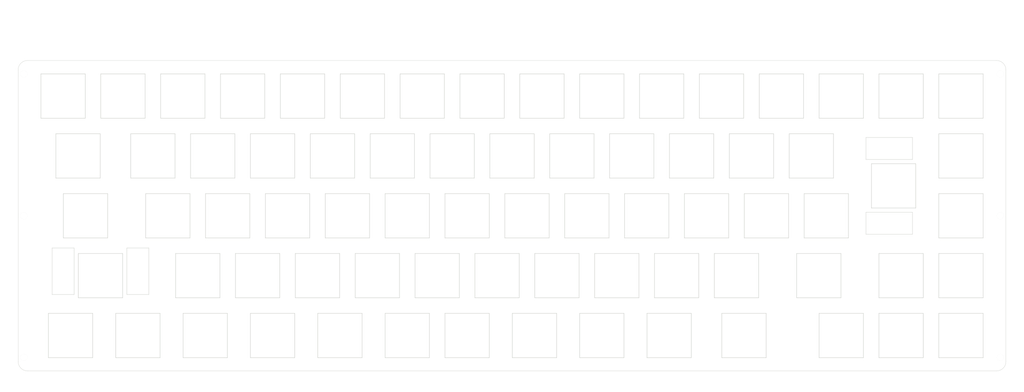
<source format=kicad_pcb>
(kicad_pcb (version 20221018) (generator pcbnew)
  (layers (0 "F.Cu" signal) (31 "B.Cu" signal) (34 "B.Paste" user) (35 "F.Paste" user) (36 "B.SilkS" user "B.Silkscreen") (37 "F.SilkS" user "F.Silkscreen") (38 "B.Mask" user) (39 "F.Mask" user) (44 "Edge.Cuts" user))
  (net 0 "")
  (footprint "kbd_SW_Hole:SW_Hole_1u" (layer "F.Cu") (at 57.15 47.625)
    (fp_text reference "SW7" hide)
    (fp_text value "SW_PUSH" hide)
    (fp_line (start -7.05 -7.05) (end 7.05 -7.05) (stroke (width 0.15)) (layer "Edge.Cuts"))
    (fp_line (start -7.05 7.05) (end -7.05 -7.05) (stroke (width 0.15)) (layer "Edge.Cuts"))
    (fp_line (start 7.05 -7.05) (end 7.05 7.05) (stroke (width 0.15)) (layer "Edge.Cuts"))
    (fp_line (start 7.05 7.05) (end -7.05 7.05) (stroke (width 0.15)) (layer "Edge.Cuts"))
  )
  (footprint "kbd_SW_Hole:SW_Hole_1u" (layer "F.Cu") (at 52.3875 104.775)
    (fp_text reference "SW10" hide)
    (fp_text value "SW_PUSH" hide)
    (fp_line (start -7.05 -7.05) (end 7.05 -7.05) (stroke (width 0.15)) (layer "Edge.Cuts"))
    (fp_line (start -7.05 7.05) (end -7.05 -7.05) (stroke (width 0.15)) (layer "Edge.Cuts"))
    (fp_line (start 7.05 -7.05) (end 7.05 7.05) (stroke (width 0.15)) (layer "Edge.Cuts"))
    (fp_line (start 7.05 7.05) (end -7.05 7.05) (stroke (width 0.15)) (layer "Edge.Cuts"))
  )
  (footprint "kbd_SW_Hole:SW_Hole_1.25u" (layer "F.Cu") (at 73.81875 104.775)
    (fp_text reference "SW15" hide)
    (fp_text value "SW_PUSH" hide)
    (fp_line (start -7.05 -7.05) (end 7.05 -7.05) (stroke (width 0.15)) (layer "Edge.Cuts"))
    (fp_line (start -7.05 7.05) (end -7.05 -7.05) (stroke (width 0.15)) (layer "Edge.Cuts"))
    (fp_line (start 7.05 -7.05) (end 7.05 7.05) (stroke (width 0.15)) (layer "Edge.Cuts"))
    (fp_line (start 7.05 7.05) (end -7.05 7.05) (stroke (width 0.15)) (layer "Edge.Cuts"))
  )
  (footprint "kbd_SW_Hole:SW_Hole_1.25u" (layer "F.Cu") (at 116.68125 104.775)
    (fp_text reference "SW25" hide)
    (fp_text value "SW_PUSH" hide)
    (fp_line (start -7.05 -7.05) (end 7.05 -7.05) (stroke (width 0.15)) (layer "Edge.Cuts"))
    (fp_line (start -7.05 7.05) (end -7.05 -7.05) (stroke (width 0.15)) (layer "Edge.Cuts"))
    (fp_line (start 7.05 -7.05) (end 7.05 7.05) (stroke (width 0.15)) (layer "Edge.Cuts"))
    (fp_line (start 7.05 7.05) (end -7.05 7.05) (stroke (width 0.15)) (layer "Edge.Cuts"))
  )
  (footprint "kbd_SW_Hole:SW_Hole_1u" (layer "F.Cu") (at 47.625 28.575)
    (fp_text reference "SW6" hide)
    (fp_text value "SW_PUSH" hide)
    (fp_line (start -7.05 -7.05) (end 7.05 -7.05) (stroke (width 0.15)) (layer "Edge.Cuts"))
    (fp_line (start -7.05 7.05) (end -7.05 -7.05) (stroke (width 0.15)) (layer "Edge.Cuts"))
    (fp_line (start 7.05 -7.05) (end 7.05 7.05) (stroke (width 0.15)) (layer "Edge.Cuts"))
    (fp_line (start 7.05 7.05) (end -7.05 7.05) (stroke (width 0.15)) (layer "Edge.Cuts"))
  )
  (footprint "kbd_SW_Hole:SW_Hole_1.75u" (layer "F.Cu") (at 35.71875 66.675)
    (fp_text reference "SW3" hide)
    (fp_text value "SW_PUSH" hide)
    (fp_line (start -7.05 -7.05) (end 7.05 -7.05) (stroke (width 0.15)) (layer "Edge.Cuts"))
    (fp_line (start -7.05 7.05) (end -7.05 -7.05) (stroke (width 0.15)) (layer "Edge.Cuts"))
    (fp_line (start 7.05 -7.05) (end 7.05 7.05) (stroke (width 0.15)) (layer "Edge.Cuts"))
    (fp_line (start 7.05 7.05) (end -7.05 7.05) (stroke (width 0.15)) (layer "Edge.Cuts"))
  )
  (footprint "kbd_SW_Hole:SW_Hole_1.25u" (layer "F.Cu") (at 30.95625 104.775)
    (fp_text reference "SW5" hide)
    (fp_text value "SW_PUSH" hide)
    (fp_line (start -7.05 -7.05) (end 7.05 -7.05) (stroke (width 0.15)) (layer "Edge.Cuts"))
    (fp_line (start -7.05 7.05) (end -7.05 -7.05) (stroke (width 0.15)) (layer "Edge.Cuts"))
    (fp_line (start 7.05 -7.05) (end 7.05 7.05) (stroke (width 0.15)) (layer "Edge.Cuts"))
    (fp_line (start 7.05 7.05) (end -7.05 7.05) (stroke (width 0.15)) (layer "Edge.Cuts"))
  )
  (footprint "kbd_SW_Hole:SW_Hole_1u" (layer "F.Cu") (at 28.575 28.575)
    (fp_text reference "SW1" hide)
    (fp_text value "SW_PUSH" hide)
    (fp_line (start -7.05 -7.05) (end 7.05 -7.05) (stroke (width 0.15)) (layer "Edge.Cuts"))
    (fp_line (start -7.05 7.05) (end -7.05 -7.05) (stroke (width 0.15)) (layer "Edge.Cuts"))
    (fp_line (start 7.05 -7.05) (end 7.05 7.05) (stroke (width 0.15)) (layer "Edge.Cuts"))
    (fp_line (start 7.05 7.05) (end -7.05 7.05) (stroke (width 0.15)) (layer "Edge.Cuts"))
  )
  (footprint "kbd_SW_Hole:SW_Hole_1.5u" (layer "F.Cu") (at 33.3375 47.625)
    (fp_text reference "SW2" hide)
    (fp_text value "KEY_SWITCH" hide)
    (fp_line (start -7.05 -7.05) (end 7.05 -7.05) (stroke (width 0.15)) (layer "Edge.Cuts"))
    (fp_line (start -7.05 7.05) (end -7.05 -7.05) (stroke (width 0.15)) (layer "Edge.Cuts"))
    (fp_line (start 7.05 -7.05) (end 7.05 7.05) (stroke (width 0.15)) (layer "Edge.Cuts"))
    (fp_line (start 7.05 7.05) (end -7.05 7.05) (stroke (width 0.15)) (layer "Edge.Cuts"))
  )
  (footprint "kbd_SW_Hole:SW_Hole_2.25u" (layer "F.Cu") (at 40.48125 85.725 180)
    (fp_text reference "SW4" hide)
    (fp_text value "KEY_SWITCH" hide)
    (fp_line (start -15.4 -6) (end -8.4 -6) (stroke (width 0.12)) (layer "Edge.Cuts"))
    (fp_line (start -15.4 8.8) (end -15.4 -6) (stroke (width 0.12)) (layer "Edge.Cuts"))
    (fp_line (start -8.4 -6) (end -8.4 8.8) (stroke (width 0.12)) (layer "Edge.Cuts"))
    (fp_line (start -8.4 8.8) (end -15.4 8.8) (stroke (width 0.12)) (layer "Edge.Cuts"))
    (fp_line (start -7.05 -7.05) (end 7.05 -7.05) (stroke (width 0.15)) (layer "Edge.Cuts"))
    (fp_line (start -7.05 7.05) (end -7.05 -7.05) (stroke (width 0.15)) (layer "Edge.Cuts"))
    (fp_line (start 7.05 -7.05) (end 7.05 7.05) (stroke (width 0.15)) (layer "Edge.Cuts"))
    (fp_line (start 7.05 7.05) (end -7.05 7.05) (stroke (width 0.15)) (layer "Edge.Cuts"))
    (fp_line (start 8.4 -6) (end 8.4 8.8) (stroke (width 0.12)) (layer "Edge.Cuts"))
    (fp_line (start 8.4 8.8) (end 15.4 8.8) (stroke (width 0.12)) (layer "Edge.Cuts"))
    (fp_line (start 15.4 -6) (end 8.4 -6) (stroke (width 0.12)) (layer "Edge.Cuts"))
    (fp_line (start 15.4 8.8) (end 15.4 -6) (stroke (width 0.12)) (layer "Edge.Cuts"))
  )
  (footprint "kbd_SW_Hole:SW_Hole_1u" (layer "F.Cu") (at 71.4375 85.725)
    (fp_text reference "SW9" hide)
    (fp_text value "SW_PUSH" hide)
    (fp_line (start -7.05 -7.05) (end 7.05 -7.05) (stroke (width 0.15)) (layer "Edge.Cuts"))
    (fp_line (start -7.05 7.05) (end -7.05 -7.05) (stroke (width 0.15)) (layer "Edge.Cuts"))
    (fp_line (start 7.05 -7.05) (end 7.05 7.05) (stroke (width 0.15)) (layer "Edge.Cuts"))
    (fp_line (start 7.05 7.05) (end -7.05 7.05) (stroke (width 0.15)) (layer "Edge.Cuts"))
  )
  (footprint "kbd_SW_Hole:SW_Hole_1u" (layer "F.Cu") (at 61.9125 66.675)
    (fp_text reference "SW8" hide)
    (fp_text value "SW_PUSH" hide)
    (fp_line (start -7.05 -7.05) (end 7.05 -7.05) (stroke (width 0.15)) (layer "Edge.Cuts"))
    (fp_line (start -7.05 7.05) (end -7.05 -7.05) (stroke (width 0.15)) (layer "Edge.Cuts"))
    (fp_line (start 7.05 -7.05) (end 7.05 7.05) (stroke (width 0.15)) (layer "Edge.Cuts"))
    (fp_line (start 7.05 7.05) (end -7.05 7.05) (stroke (width 0.15)) (layer "Edge.Cuts"))
  )
  (footprint "kbd_SW_Hole:SW_Hole_1u" (layer "F.Cu") (at 76.2 47.625)
    (fp_text reference "SW12" hide)
    (fp_text value "SW_PUSH" hide)
    (fp_line (start -7.05 -7.05) (end 7.05 -7.05) (stroke (width 0.15)) (layer "Edge.Cuts"))
    (fp_line (start -7.05 7.05) (end -7.05 -7.05) (stroke (width 0.15)) (layer "Edge.Cuts"))
    (fp_line (start 7.05 -7.05) (end 7.05 7.05) (stroke (width 0.15)) (layer "Edge.Cuts"))
    (fp_line (start 7.05 7.05) (end -7.05 7.05) (stroke (width 0.15)) (layer "Edge.Cuts"))
  )
  (footprint "kbd_SW_Hole:SW_Hole_1u" (layer "F.Cu") (at 66.675 28.575)
    (fp_text reference "SW11" hide)
    (fp_text value "SW_PUSH" hide)
    (fp_line (start -7.05 -7.05) (end 7.05 -7.05) (stroke (width 0.15)) (layer "Edge.Cuts"))
    (fp_line (start -7.05 7.05) (end -7.05 -7.05) (stroke (width 0.15)) (layer "Edge.Cuts"))
    (fp_line (start 7.05 -7.05) (end 7.05 7.05) (stroke (width 0.15)) (layer "Edge.Cuts"))
    (fp_line (start 7.05 7.05) (end -7.05 7.05) (stroke (width 0.15)) (layer "Edge.Cuts"))
  )
  (footprint "kbd_SW_Hole:SW_Hole_1u" (layer "F.Cu") (at 80.9625 66.675)
    (fp_text reference "SW13" hide)
    (fp_text value "SW_PUSH" hide)
    (fp_line (start -7.05 -7.05) (end 7.05 -7.05) (stroke (width 0.15)) (layer "Edge.Cuts"))
    (fp_line (start -7.05 7.05) (end -7.05 -7.05) (stroke (width 0.15)) (layer "Edge.Cuts"))
    (fp_line (start 7.05 -7.05) (end 7.05 7.05) (stroke (width 0.15)) (layer "Edge.Cuts"))
    (fp_line (start 7.05 7.05) (end -7.05 7.05) (stroke (width 0.15)) (layer "Edge.Cuts"))
  )
  (footprint "kbd_SW_Hole:SW_Hole_1u" (layer "F.Cu") (at 90.4875 85.725)
    (fp_text reference "SW14" hide)
    (fp_text value "SW_PUSH" hide)
    (fp_line (start -7.05 -7.05) (end 7.05 -7.05) (stroke (width 0.15)) (layer "Edge.Cuts"))
    (fp_line (start -7.05 7.05) (end -7.05 -7.05) (stroke (width 0.15)) (layer "Edge.Cuts"))
    (fp_line (start 7.05 -7.05) (end 7.05 7.05) (stroke (width 0.15)) (layer "Edge.Cuts"))
    (fp_line (start 7.05 7.05) (end -7.05 7.05) (stroke (width 0.15)) (layer "Edge.Cuts"))
  )
  (footprint "kbd_SW_Hole:SW_Hole_1u" (layer "F.Cu") (at 95.25 47.625)
    (fp_text reference "SW17" hide)
    (fp_text value "SW_PUSH" hide)
    (fp_line (start -7.05 -7.05) (end 7.05 -7.05) (stroke (width 0.15)) (layer "Edge.Cuts"))
    (fp_line (start -7.05 7.05) (end -7.05 -7.05) (stroke (width 0.15)) (layer "Edge.Cuts"))
    (fp_line (start 7.05 -7.05) (end 7.05 7.05) (stroke (width 0.15)) (layer "Edge.Cuts"))
    (fp_line (start 7.05 7.05) (end -7.05 7.05) (stroke (width 0.15)) (layer "Edge.Cuts"))
  )
  (footprint "kbd_SW_Hole:SW_Hole_1u" (layer "F.Cu") (at 109.5375 85.725)
    (fp_text reference "SW19" hide)
    (fp_text value "SW_PUSH" hide)
    (fp_line (start -7.05 -7.05) (end 7.05 -7.05) (stroke (width 0.15)) (layer "Edge.Cuts"))
    (fp_line (start -7.05 7.05) (end -7.05 -7.05) (stroke (width 0.15)) (layer "Edge.Cuts"))
    (fp_line (start 7.05 -7.05) (end 7.05 7.05) (stroke (width 0.15)) (layer "Edge.Cuts"))
    (fp_line (start 7.05 7.05) (end -7.05 7.05) (stroke (width 0.15)) (layer "Edge.Cuts"))
  )
  (footprint "kbd_SW_Hole:SW_Hole_1u" (layer "F.Cu") (at 85.725 28.575)
    (fp_text reference "SW16" hide)
    (fp_text value "SW_PUSH" hide)
    (fp_line (start -7.05 -7.05) (end 7.05 -7.05) (stroke (width 0.15)) (layer "Edge.Cuts"))
    (fp_line (start -7.05 7.05) (end -7.05 -7.05) (stroke (width 0.15)) (layer "Edge.Cuts"))
    (fp_line (start 7.05 -7.05) (end 7.05 7.05) (stroke (width 0.15)) (layer "Edge.Cuts"))
    (fp_line (start 7.05 7.05) (end -7.05 7.05) (stroke (width 0.15)) (layer "Edge.Cuts"))
  )
  (footprint "kbd_SW_Hole:SW_Hole_1u" (layer "F.Cu") (at 100.0125 66.675)
    (fp_text reference "SW18" hide)
    (fp_text value "SW_PUSH" hide)
    (fp_line (start -7.05 -7.05) (end 7.05 -7.05) (stroke (width 0.15)) (layer "Edge.Cuts"))
    (fp_line (start -7.05 7.05) (end -7.05 -7.05) (stroke (width 0.15)) (layer "Edge.Cuts"))
    (fp_line (start 7.05 -7.05) (end 7.05 7.05) (stroke (width 0.15)) (layer "Edge.Cuts"))
    (fp_line (start 7.05 7.05) (end -7.05 7.05) (stroke (width 0.15)) (layer "Edge.Cuts"))
  )
  (footprint "kbd_SW_Hole:SW_Hole_1u" (layer "F.Cu") (at 95.25 104.775)
    (fp_text reference "SW20" hide)
    (fp_text value "SW_PUSH" hide)
    (fp_line (start -7.05 -7.05) (end 7.05 -7.05) (stroke (width 0.15)) (layer "Edge.Cuts"))
    (fp_line (start -7.05 7.05) (end -7.05 -7.05) (stroke (width 0.15)) (layer "Edge.Cuts"))
    (fp_line (start 7.05 -7.05) (end 7.05 7.05) (stroke (width 0.15)) (layer "Edge.Cuts"))
    (fp_line (start 7.05 7.05) (end -7.05 7.05) (stroke (width 0.15)) (layer "Edge.Cuts"))
  )
  (footprint "kbd_SW_Hole:SW_Hole_1u" (layer "F.Cu") (at 114.3 47.625)
    (fp_text reference "SW22" hide)
    (fp_text value "SW_PUSH" hide)
    (fp_line (start -7.05 -7.05) (end 7.05 -7.05) (stroke (width 0.15)) (layer "Edge.Cuts"))
    (fp_line (start -7.05 7.05) (end -7.05 -7.05) (stroke (width 0.15)) (layer "Edge.Cuts"))
    (fp_line (start 7.05 -7.05) (end 7.05 7.05) (stroke (width 0.15)) (layer "Edge.Cuts"))
    (fp_line (start 7.05 7.05) (end -7.05 7.05) (stroke (width 0.15)) (layer "Edge.Cuts"))
  )
  (footprint "kbd_SW_Hole:SW_Hole_1u" (layer "F.Cu") (at 104.775 28.575)
    (fp_text reference "SW21" hide)
    (fp_text value "SW_PUSH" hide)
    (fp_line (start -7.05 -7.05) (end 7.05 -7.05) (stroke (width 0.15)) (layer "Edge.Cuts"))
    (fp_line (start -7.05 7.05) (end -7.05 -7.05) (stroke (width 0.15)) (layer "Edge.Cuts"))
    (fp_line (start 7.05 -7.05) (end 7.05 7.05) (stroke (width 0.15)) (layer "Edge.Cuts"))
    (fp_line (start 7.05 7.05) (end -7.05 7.05) (stroke (width 0.15)) (layer "Edge.Cuts"))
  )
  (footprint "kbd_SW_Hole:SW_Hole_1u" (layer "F.Cu") (at 166.6875 85.725)
    (fp_text reference "SW34" hide)
    (fp_text value "SW_PUSH" hide)
    (fp_line (start -7.05 -7.05) (end 7.05 -7.05) (stroke (width 0.15)) (layer "Edge.Cuts"))
    (fp_line (start -7.05 7.05) (end -7.05 -7.05) (stroke (width 0.15)) (layer "Edge.Cuts"))
    (fp_line (start 7.05 -7.05) (end 7.05 7.05) (stroke (width 0.15)) (layer "Edge.Cuts"))
    (fp_line (start 7.05 7.05) (end -7.05 7.05) (stroke (width 0.15)) (layer "Edge.Cuts"))
  )
  (footprint "kbd_SW_Hole:SW_Hole_1u" (layer "F.Cu") (at 119.0625 66.675)
    (fp_text reference "SW23" hide)
    (fp_text value "SW_PUSH" hide)
    (fp_line (start -7.05 -7.05) (end 7.05 -7.05) (stroke (width 0.15)) (layer "Edge.Cuts"))
    (fp_line (start -7.05 7.05) (end -7.05 -7.05) (stroke (width 0.15)) (layer "Edge.Cuts"))
    (fp_line (start 7.05 -7.05) (end 7.05 7.05) (stroke (width 0.15)) (layer "Edge.Cuts"))
    (fp_line (start 7.05 7.05) (end -7.05 7.05) (stroke (width 0.15)) (layer "Edge.Cuts"))
  )
  (footprint "kbd_SW_Hole:SW_Hole_1u" (layer "F.Cu") (at 133.35 47.625)
    (fp_text reference "SW27" hide)
    (fp_text value "SW_PUSH" hide)
    (fp_line (start -7.05 -7.05) (end 7.05 -7.05) (stroke (width 0.15)) (layer "Edge.Cuts"))
    (fp_line (start -7.05 7.05) (end -7.05 -7.05) (stroke (width 0.15)) (layer "Edge.Cuts"))
    (fp_line (start 7.05 -7.05) (end 7.05 7.05) (stroke (width 0.15)) (layer "Edge.Cuts"))
    (fp_line (start 7.05 7.05) (end -7.05 7.05) (stroke (width 0.15)) (layer "Edge.Cuts"))
  )
  (footprint "kbd_SW_Hole:SW_Hole_1u" (layer "F.Cu") (at 147.6375 85.725)
    (fp_text reference "SW29" hide)
    (fp_text value "SW_PUSH" hide)
    (fp_line (start -7.05 -7.05) (end 7.05 -7.05) (stroke (width 0.15)) (layer "Edge.Cuts"))
    (fp_line (start -7.05 7.05) (end -7.05 -7.05) (stroke (width 0.15)) (layer "Edge.Cuts"))
    (fp_line (start 7.05 -7.05) (end 7.05 7.05) (stroke (width 0.15)) (layer "Edge.Cuts"))
    (fp_line (start 7.05 7.05) (end -7.05 7.05) (stroke (width 0.15)) (layer "Edge.Cuts"))
  )
  (footprint "kbd_SW_Hole:SW_Hole_1u" (layer "F.Cu") (at 152.4 47.625)
    (fp_text reference "SW32" hide)
    (fp_text value "SW_PUSH" hide)
    (fp_line (start -7.05 -7.05) (end 7.05 -7.05) (stroke (width 0.15)) (layer "Edge.Cuts"))
    (fp_line (start -7.05 7.05) (end -7.05 -7.05) (stroke (width 0.15)) (layer "Edge.Cuts"))
    (fp_line (start 7.05 -7.05) (end 7.05 7.05) (stroke (width 0.15)) (layer "Edge.Cuts"))
    (fp_line (start 7.05 7.05) (end -7.05 7.05) (stroke (width 0.15)) (layer "Edge.Cuts"))
  )
  (footprint "kbd_SW_Hole:SW_Hole_1u" (layer "F.Cu") (at 157.1625 66.675)
    (fp_text reference "SW33" hide)
    (fp_text value "SW_PUSH" hide)
    (fp_line (start -7.05 -7.05) (end 7.05 -7.05) (stroke (width 0.15)) (layer "Edge.Cuts"))
    (fp_line (start -7.05 7.05) (end -7.05 -7.05) (stroke (width 0.15)) (layer "Edge.Cuts"))
    (fp_line (start 7.05 -7.05) (end 7.05 7.05) (stroke (width 0.15)) (layer "Edge.Cuts"))
    (fp_line (start 7.05 7.05) (end -7.05 7.05) (stroke (width 0.15)) (layer "Edge.Cuts"))
  )
  (footprint "kbd_SW_Hole:SW_Hole_1u" (layer "F.Cu") (at 123.825 28.575)
    (fp_text reference "SW26" hide)
    (fp_text value "SW_PUSH" hide)
    (fp_line (start -7.05 -7.05) (end 7.05 -7.05) (stroke (width 0.15)) (layer "Edge.Cuts"))
    (fp_line (start -7.05 7.05) (end -7.05 -7.05) (stroke (width 0.15)) (layer "Edge.Cuts"))
    (fp_line (start 7.05 -7.05) (end 7.05 7.05) (stroke (width 0.15)) (layer "Edge.Cuts"))
    (fp_line (start 7.05 7.05) (end -7.05 7.05) (stroke (width 0.15)) (layer "Edge.Cuts"))
  )
  (footprint "kbd_SW_Hole:SW_Hole_1u" (layer "F.Cu") (at 128.5875 85.725)
    (fp_text reference "SW24" hide)
    (fp_text value "SW_PUSH" hide)
    (fp_line (start -7.05 -7.05) (end 7.05 -7.05) (stroke (width 0.15)) (layer "Edge.Cuts"))
    (fp_line (start -7.05 7.05) (end -7.05 -7.05) (stroke (width 0.15)) (layer "Edge.Cuts"))
    (fp_line (start 7.05 -7.05) (end 7.05 7.05) (stroke (width 0.15)) (layer "Edge.Cuts"))
    (fp_line (start 7.05 7.05) (end -7.05 7.05) (stroke (width 0.15)) (layer "Edge.Cuts"))
  )
  (footprint "kbd_SW_Hole:SW_Hole_1u" (layer "F.Cu") (at 138.1125 66.675)
    (fp_text reference "SW28" hide)
    (fp_text value "SW_PUSH" hide)
    (fp_line (start -7.05 -7.05) (end 7.05 -7.05) (stroke (width 0.15)) (layer "Edge.Cuts"))
    (fp_line (start -7.05 7.05) (end -7.05 -7.05) (stroke (width 0.15)) (layer "Edge.Cuts"))
    (fp_line (start 7.05 -7.05) (end 7.05 7.05) (stroke (width 0.15)) (layer "Edge.Cuts"))
    (fp_line (start 7.05 7.05) (end -7.05 7.05) (stroke (width 0.15)) (layer "Edge.Cuts"))
  )
  (footprint "kbd_SW_Hole:SW_Hole_1u" (layer "F.Cu") (at 142.875 28.575)
    (fp_text reference "SW31" hide)
    (fp_text value "SW_PUSH" hide)
    (fp_line (start -7.05 -7.05) (end 7.05 -7.05) (stroke (width 0.15)) (layer "Edge.Cuts"))
    (fp_line (start -7.05 7.05) (end -7.05 -7.05) (stroke (width 0.15)) (layer "Edge.Cuts"))
    (fp_line (start 7.05 -7.05) (end 7.05 7.05) (stroke (width 0.15)) (layer "Edge.Cuts"))
    (fp_line (start 7.05 7.05) (end -7.05 7.05) (stroke (width 0.15)) (layer "Edge.Cuts"))
  )
  (footprint "kbd_SW_Hole:SW_Hole_1u" (layer "F.Cu") (at 195.2625 66.675)
    (fp_text reference "SW43" hide)
    (fp_text value "SW_PUSH" hide)
    (fp_line (start -7.05 -7.05) (end 7.05 -7.05) (stroke (width 0.15)) (layer "Edge.Cuts"))
    (fp_line (start -7.05 7.05) (end -7.05 -7.05) (stroke (width 0.15)) (layer "Edge.Cuts"))
    (fp_line (start 7.05 -7.05) (end 7.05 7.05) (stroke (width 0.15)) (layer "Edge.Cuts"))
    (fp_line (start 7.05 7.05) (end -7.05 7.05) (stroke (width 0.15)) (layer "Edge.Cuts"))
  )
  (footprint "kbd_SW_Hole:SW_Hole_1u" (layer "F.Cu") (at 185.7375 85.725)
    (fp_text reference "SW39" hide)
    (fp_text value "SW_PUSH" hide)
    (fp_line (start -7.05 -7.05) (end 7.05 -7.05) (stroke (width 0.15)) (layer "Edge.Cuts"))
    (fp_line (start -7.05 7.05) (end -7.05 -7.05) (stroke (width 0.15)) (layer "Edge.Cuts"))
    (fp_line (start 7.05 -7.05) (end 7.05 7.05) (stroke (width 0.15)) (layer "Edge.Cuts"))
    (fp_line (start 7.05 7.05) (end -7.05 7.05) (stroke (width 0.15)) (layer "Edge.Cuts"))
  )
  (footprint "kbd_SW_Hole:SW_Hole_1u" (layer "F.Cu") (at 200.025 28.575)
    (fp_text reference "SW46" hide)
    (fp_text value "SW_PUSH" hide)
    (fp_line (start -7.05 -7.05) (end 7.05 -7.05) (stroke (width 0.15)) (layer "Edge.Cuts"))
    (fp_line (start -7.05 7.05) (end -7.05 -7.05) (stroke (width 0.15)) (layer "Edge.Cuts"))
    (fp_line (start 7.05 -7.05) (end 7.05 7.05) (stroke (width 0.15)) (layer "Edge.Cuts"))
    (fp_line (start 7.05 7.05) (end -7.05 7.05) (stroke (width 0.15)) (layer "Edge.Cuts"))
  )
  (footprint "kbd_SW_Hole:SW_Hole_1u" (layer "F.Cu") (at 209.55 47.625)
    (fp_text reference "SW47" hide)
    (fp_text value "SW_PUSH" hide)
    (fp_line (start -7.05 -7.05) (end 7.05 -7.05) (stroke (width 0.15)) (layer "Edge.Cuts"))
    (fp_line (start -7.05 7.05) (end -7.05 -7.05) (stroke (width 0.15)) (layer "Edge.Cuts"))
    (fp_line (start 7.05 -7.05) (end 7.05 7.05) (stroke (width 0.15)) (layer "Edge.Cuts"))
    (fp_line (start 7.05 7.05) (end -7.05 7.05) (stroke (width 0.15)) (layer "Edge.Cuts"))
  )
  (footprint "kbd_SW_Hole:SW_Hole_1u" (layer "F.Cu") (at 180.975 28.575)
    (fp_text reference "SW41" hide)
    (fp_text value "SW_PUSH" hide)
    (fp_line (start -7.05 -7.05) (end 7.05 -7.05) (stroke (width 0.15)) (layer "Edge.Cuts"))
    (fp_line (start -7.05 7.05) (end -7.05 -7.05) (stroke (width 0.15)) (layer "Edge.Cuts"))
    (fp_line (start 7.05 -7.05) (end 7.05 7.05) (stroke (width 0.15)) (layer "Edge.Cuts"))
    (fp_line (start 7.05 7.05) (end -7.05 7.05) (stroke (width 0.15)) (layer "Edge.Cuts"))
  )
  (footprint "kbd_SW_Hole:SW_Hole_1u" (layer "F.Cu") (at 176.2125 66.675)
    (fp_text reference "SW38" hide)
    (fp_text value "SW_PUSH" hide)
    (fp_line (start -7.05 -7.05) (end 7.05 -7.05) (stroke (width 0.15)) (layer "Edge.Cuts"))
    (fp_line (start -7.05 7.05) (end -7.05 -7.05) (stroke (width 0.15)) (layer "Edge.Cuts"))
    (fp_line (start 7.05 -7.05) (end 7.05 7.05) (stroke (width 0.15)) (layer "Edge.Cuts"))
    (fp_line (start 7.05 7.05) (end -7.05 7.05) (stroke (width 0.15)) (layer "Edge.Cuts"))
  )
  (footprint "kbd_SW_Hole:SW_Hole_1u" (layer "F.Cu") (at 223.8375 85.725)
    (fp_text reference "SW49" hide)
    (fp_text value "SW_PUSH" hide)
    (fp_line (start -7.05 -7.05) (end 7.05 -7.05) (stroke (width 0.15)) (layer "Edge.Cuts"))
    (fp_line (start -7.05 7.05) (end -7.05 -7.05) (stroke (width 0.15)) (layer "Edge.Cuts"))
    (fp_line (start 7.05 -7.05) (end 7.05 7.05) (stroke (width 0.15)) (layer "Edge.Cuts"))
    (fp_line (start 7.05 7.05) (end -7.05 7.05) (stroke (width 0.15)) (layer "Edge.Cuts"))
  )
  (footprint "kbd_SW_Hole:SW_Hole_1u" (layer "F.Cu") (at 161.925 28.575)
    (fp_text reference "SW36" hide)
    (fp_text value "SW_PUSH" hide)
    (fp_line (start -7.05 -7.05) (end 7.05 -7.05) (stroke (width 0.15)) (layer "Edge.Cuts"))
    (fp_line (start -7.05 7.05) (end -7.05 -7.05) (stroke (width 0.15)) (layer "Edge.Cuts"))
    (fp_line (start 7.05 -7.05) (end 7.05 7.05) (stroke (width 0.15)) (layer "Edge.Cuts"))
    (fp_line (start 7.05 7.05) (end -7.05 7.05) (stroke (width 0.15)) (layer "Edge.Cuts"))
  )
  (footprint "kbd_SW_Hole:SW_Hole_1u" (layer "F.Cu") (at 204.7875 85.725)
    (fp_text reference "SW44" hide)
    (fp_text value "SW_PUSH" hide)
    (fp_line (start -7.05 -7.05) (end 7.05 -7.05) (stroke (width 0.15)) (layer "Edge.Cuts"))
    (fp_line (start -7.05 7.05) (end -7.05 -7.05) (stroke (width 0.15)) (layer "Edge.Cuts"))
    (fp_line (start 7.05 -7.05) (end 7.05 7.05) (stroke (width 0.15)) (layer "Edge.Cuts"))
    (fp_line (start 7.05 7.05) (end -7.05 7.05) (stroke (width 0.15)) (layer "Edge.Cuts"))
  )
  (footprint "kbd_SW_Hole:SW_Hole_1u" (layer "F.Cu") (at 171.45 47.625)
    (fp_text reference "SW37" hide)
    (fp_text value "SW_PUSH" hide)
    (fp_line (start -7.05 -7.05) (end 7.05 -7.05) (stroke (width 0.15)) (layer "Edge.Cuts"))
    (fp_line (start -7.05 7.05) (end -7.05 -7.05) (stroke (width 0.15)) (layer "Edge.Cuts"))
    (fp_line (start 7.05 -7.05) (end 7.05 7.05) (stroke (width 0.15)) (layer "Edge.Cuts"))
    (fp_line (start 7.05 7.05) (end -7.05 7.05) (stroke (width 0.15)) (layer "Edge.Cuts"))
  )
  (footprint "kbd_SW_Hole:SW_Hole_1u" (layer "F.Cu") (at 214.3125 66.675)
    (fp_text reference "SW48" hide)
    (fp_text value "SW_PUSH" hide)
    (fp_line (start -7.05 -7.05) (end 7.05 -7.05) (stroke (width 0.15)) (layer "Edge.Cuts"))
    (fp_line (start -7.05 7.05) (end -7.05 -7.05) (stroke (width 0.15)) (layer "Edge.Cuts"))
    (fp_line (start 7.05 -7.05) (end 7.05 7.05) (stroke (width 0.15)) (layer "Edge.Cuts"))
    (fp_line (start 7.05 7.05) (end -7.05 7.05) (stroke (width 0.15)) (layer "Edge.Cuts"))
  )
  (footprint "kbd_SW_Hole:SW_Hole_1u" (layer "F.Cu") (at 190.5 47.625)
    (fp_text reference "SW42" hide)
    (fp_text value "SW_PUSH" hide)
    (fp_line (start -7.05 -7.05) (end 7.05 -7.05) (stroke (width 0.15)) (layer "Edge.Cuts"))
    (fp_line (start -7.05 7.05) (end -7.05 -7.05) (stroke (width 0.15)) (layer "Edge.Cuts"))
    (fp_line (start 7.05 -7.05) (end 7.05 7.05) (stroke (width 0.15)) (layer "Edge.Cuts"))
    (fp_line (start 7.05 7.05) (end -7.05 7.05) (stroke (width 0.15)) (layer "Edge.Cuts"))
  )
  (footprint "kbd_SW_Hole:SW_Hole_1.75u" (layer "F.Cu") (at 269.08125 85.725)
    (fp_text reference "SW62" hide)
    (fp_text value "SW_PUSH" hide)
    (fp_line (start -7.05 -7.05) (end 7.05 -7.05) (stroke (width 0.15)) (layer "Edge.Cuts"))
    (fp_line (start -7.05 7.05) (end -7.05 -7.05) (stroke (width 0.15)) (layer "Edge.Cuts"))
    (fp_line (start 7.05 -7.05) (end 7.05 7.05) (stroke (width 0.15)) (layer "Edge.Cuts"))
    (fp_line (start 7.05 7.05) (end -7.05 7.05) (stroke (width 0.15)) (layer "Edge.Cuts"))
  )
  (footprint "kbd_SW_Hole:SW_Hole_1u" (layer "F.Cu") (at 238.125 28.575)
    (fp_text reference "SW56" hide)
    (fp_text value "SW_PUSH" hide)
    (fp_line (start -7.05 -7.05) (end 7.05 -7.05) (stroke (width 0.15)) (layer "Edge.Cuts"))
    (fp_line (start -7.05 7.05) (end -7.05 -7.05) (stroke (width 0.15)) (layer "Edge.Cuts"))
    (fp_line (start 7.05 -7.05) (end 7.05 7.05) (stroke (width 0.15)) (layer "Edge.Cuts"))
    (fp_line (start 7.05 7.05) (end -7.05 7.05) (stroke (width 0.15)) (layer "Edge.Cuts"))
  )
  (footprint "kbd_SW_Hole:SW_Hole_1u" (layer "F.Cu") (at 242.8875 85.725)
    (fp_text reference "SW54" hide)
    (fp_text value "SW_PUSH" hide)
    (fp_line (start -7.05 -7.05) (end 7.05 -7.05) (stroke (width 0.15)) (layer "Edge.Cuts"))
    (fp_line (start -7.05 7.05) (end -7.05 -7.05) (stroke (width 0.15)) (layer "Edge.Cuts"))
    (fp_line (start 7.05 -7.05) (end 7.05 7.05) (stroke (width 0.15)) (layer "Edge.Cuts"))
    (fp_line (start 7.05 7.05) (end -7.05 7.05) (stroke (width 0.15)) (layer "Edge.Cuts"))
  )
  (footprint "kbd_SW_Hole:SW_Hole_1u" (layer "F.Cu") (at 228.6 47.625)
    (fp_text reference "SW52" hide)
    (fp_text value "SW_PUSH" hide)
    (fp_line (start -7.05 -7.05) (end 7.05 -7.05) (stroke (width 0.15)) (layer "Edge.Cuts"))
    (fp_line (start -7.05 7.05) (end -7.05 -7.05) (stroke (width 0.15)) (layer "Edge.Cuts"))
    (fp_line (start 7.05 -7.05) (end 7.05 7.05) (stroke (width 0.15)) (layer "Edge.Cuts"))
    (fp_line (start 7.05 7.05) (end -7.05 7.05) (stroke (width 0.15)) (layer "Edge.Cuts"))
  )
  (footprint "kbd_SW_Hole:SW_Hole_1u" (layer "F.Cu") (at 233.3625 66.675)
    (fp_text reference "SW53" hide)
    (fp_text value "SW_PUSH" hide)
    (fp_line (start -7.05 -7.05) (end 7.05 -7.05) (stroke (width 0.15)) (layer "Edge.Cuts"))
    (fp_line (start -7.05 7.05) (end -7.05 -7.05) (stroke (width 0.15)) (layer "Edge.Cuts"))
    (fp_line (start 7.05 -7.05) (end 7.05 7.05) (stroke (width 0.15)) (layer "Edge.Cuts"))
    (fp_line (start 7.05 7.05) (end -7.05 7.05) (stroke (width 0.15)) (layer "Edge.Cuts"))
  )
  (footprint "kbd_SW_Hole:SW_Hole_1u" (layer "F.Cu") (at 271.4625 66.675)
    (fp_text reference "SW61" hide)
    (fp_text value "SW_PUSH" hide)
    (fp_line (start -7.05 -7.05) (end 7.05 -7.05) (stroke (width 0.15)) (layer "Edge.Cuts"))
    (fp_line (start -7.05 7.05) (end -7.05 -7.05) (stroke (width 0.15)) (layer "Edge.Cuts"))
    (fp_line (start 7.05 -7.05) (end 7.05 7.05) (stroke (width 0.15)) (layer "Edge.Cuts"))
    (fp_line (start 7.05 7.05) (end -7.05 7.05) (stroke (width 0.15)) (layer "Edge.Cuts"))
  )
  (footprint "kbd_SW_Hole:SW_Hole_1u" (layer "F.Cu") (at 247.65 47.625)
    (fp_text reference "SW57" hide)
    (fp_text value "SW_PUSH" hide)
    (fp_line (start -7.05 -7.05) (end 7.05 -7.05) (stroke (width 0.15)) (layer "Edge.Cuts"))
    (fp_line (start -7.05 7.05) (end -7.05 -7.05) (stroke (width 0.15)) (layer "Edge.Cuts"))
    (fp_line (start 7.05 -7.05) (end 7.05 7.05) (stroke (width 0.15)) (layer "Edge.Cuts"))
    (fp_line (start 7.05 7.05) (end -7.05 7.05) (stroke (width 0.15)) (layer "Edge.Cuts"))
  )
  (footprint "kbd_SW_Hole:SW_Hole_1u" (layer "F.Cu") (at 257.175 28.575)
    (fp_text reference "SW59" hide)
    (fp_text value "SW_PUSH" hide)
    (fp_line (start -7.05 -7.05) (end 7.05 -7.05) (stroke (width 0.15)) (layer "Edge.Cuts"))
    (fp_line (start -7.05 7.05) (end -7.05 -7.05) (stroke (width 0.15)) (layer "Edge.Cuts"))
    (fp_line (start 7.05 -7.05) (end 7.05 7.05) (stroke (width 0.15)) (layer "Edge.Cuts"))
    (fp_line (start 7.05 7.05) (end -7.05 7.05) (stroke (width 0.15)) (layer "Edge.Cuts"))
  )
  (footprint "kbd_SW_Hole:SW_Hole_1u" (layer "F.Cu") (at 219.075 28.575)
    (fp_text reference "SW51" hide)
    (fp_text value "SW_PUSH" hide)
    (fp_line (start -7.05 -7.05) (end 7.05 -7.05) (stroke (width 0.15)) (layer "Edge.Cuts"))
    (fp_line (start -7.05 7.05) (end -7.05 -7.05) (stroke (width 0.15)) (layer "Edge.Cuts"))
    (fp_line (start 7.05 -7.05) (end 7.05 7.05) (stroke (width 0.15)) (layer "Edge.Cuts"))
    (fp_line (start 7.05 7.05) (end -7.05 7.05) (stroke (width 0.15)) (layer "Edge.Cuts"))
  )
  (footprint "kbd_SW_Hole:SW_Hole_1u" (layer "F.Cu") (at 252.4125 66.675)
    (fp_text reference "SW58" hide)
    (fp_text value "SW_PUSH" hide)
    (fp_line (start -7.05 -7.05) (end 7.05 -7.05) (stroke (width 0.15)) (layer "Edge.Cuts"))
    (fp_line (start -7.05 7.05) (end -7.05 -7.05) (stroke (width 0.15)) (layer "Edge.Cuts"))
    (fp_line (start 7.05 -7.05) (end 7.05 7.05) (stroke (width 0.15)) (layer "Edge.Cuts"))
    (fp_line (start 7.05 7.05) (end -7.05 7.05) (stroke (width 0.15)) (layer "Edge.Cuts"))
  )
  (footprint "kbd_SW_Hole:SW_Hole_1u" (layer "F.Cu") (at 266.7 47.625)
    (fp_text reference "SW60" hide)
    (fp_text value "SW_PUSH" hide)
    (fp_line (start -7.05 -7.05) (end 7.05 -7.05) (stroke (width 0.15)) (layer "Edge.Cuts"))
    (fp_line (start -7.05 7.05) (end -7.05 -7.05) (stroke (width 0.15)) (layer "Edge.Cuts"))
    (fp_line (start 7.05 -7.05) (end 7.05 7.05) (stroke (width 0.15)) (layer "Edge.Cuts"))
    (fp_line (start 7.05 7.05) (end -7.05 7.05) (stroke (width 0.15)) (layer "Edge.Cuts"))
  )
  (footprint "kbd_SW_Hole:SW_Hole_2u" (layer "F.Cu") (at 292.89375 57.15 -90)
    (fp_text reference "SW66" hide)
    (fp_text value "KEY_SWITCH" hide)
    (fp_line (start -15.4 -6) (end -8.4 -6) (stroke (width 0.12)) (layer "Edge.Cuts"))
    (fp_line (start -15.4 8.8) (end -15.4 -6) (stroke (width 0.12)) (layer "Edge.Cuts"))
    (fp_line (start -8.4 -6) (end -8.4 8.8) (stroke (width 0.12)) (layer "Edge.Cuts"))
    (fp_line (start -8.4 8.8) (end -15.4 8.8) (stroke (width 0.12)) (layer "Edge.Cuts"))
    (fp_line (start -7.05 -7.05) (end 7.05 -7.05) (stroke (width 0.15)) (layer "Edge.Cuts"))
    (fp_line (start -7.05 7.05) (end -7.05 -7.05) (stroke (width 0.15)) (layer "Edge.Cuts"))
    (fp_line (start 7.05 -7.05) (end 7.05 7.05) (stroke (width 0.15)) (layer "Edge.Cuts"))
    (fp_line (start 7.05 7.05) (end -7.05 7.05) (stroke (width 0.15)) (layer "Edge.Cuts"))
    (fp_line (start 8.4 -6) (end 8.4 8.8) (stroke (width 0.12)) (layer "Edge.Cuts"))
    (fp_line (start 8.4 8.8) (end 15.4 8.8) (stroke (width 0.12)) (layer "Edge.Cuts"))
    (fp_line (start 15.4 -6) (end 8.4 -6) (stroke (width 0.12)) (layer "Edge.Cuts"))
    (fp_line (start 15.4 8.8) (end 15.4 -6) (stroke (width 0.12)) (layer "Edge.Cuts"))
  )
  (footprint "kbd_SW_Hole:SW_Hole_1u" (layer "F.Cu") (at 314.325 85.725)
    (fp_text reference "SW72" hide)
    (fp_text value "SW_PUSH" hide)
    (fp_line (start -7.05 -7.05) (end 7.05 -7.05) (stroke (width 0.15)) (layer "Edge.Cuts"))
    (fp_line (start -7.05 7.05) (end -7.05 -7.05) (stroke (width 0.15)) (layer "Edge.Cuts"))
    (fp_line (start 7.05 -7.05) (end 7.05 7.05) (stroke (width 0.15)) (layer "Edge.Cuts"))
    (fp_line (start 7.05 7.05) (end -7.05 7.05) (stroke (width 0.15)) (layer "Edge.Cuts"))
  )
  (footprint "kbd_SW_Hole:SW_Hole_1u" (layer "F.Cu") (at 314.325 28.575)
    (fp_text reference "SW69" hide)
    (fp_text value "SW_PUSH" hide)
    (fp_line (start -7.05 -7.05) (end 7.05 -7.05) (stroke (width 0.15)) (layer "Edge.Cuts"))
    (fp_line (start -7.05 7.05) (end -7.05 -7.05) (stroke (width 0.15)) (layer "Edge.Cuts"))
    (fp_line (start 7.05 -7.05) (end 7.05 7.05) (stroke (width 0.15)) (layer "Edge.Cuts"))
    (fp_line (start 7.05 7.05) (end -7.05 7.05) (stroke (width 0.15)) (layer "Edge.Cuts"))
  )
  (footprint "kbd_SW_Hole:SW_Hole_1u" (layer "F.Cu") (at 314.325 47.625)
    (fp_text reference "SW70" hide)
    (fp_text value "SW_PUSH" hide)
    (fp_line (start -7.05 -7.05) (end 7.05 -7.05) (stroke (width 0.15)) (layer "Edge.Cuts"))
    (fp_line (start -7.05 7.05) (end -7.05 -7.05) (stroke (width 0.15)) (layer "Edge.Cuts"))
    (fp_line (start 7.05 -7.05) (end 7.05 7.05) (stroke (width 0.15)) (layer "Edge.Cuts"))
    (fp_line (start 7.05 7.05) (end -7.05 7.05) (stroke (width 0.15)) (layer "Edge.Cuts"))
  )
  (footprint "kbd_SW_Hole:SW_Hole_1u" (layer "F.Cu") (at 314.325 66.675)
    (fp_text reference "SW71" hide)
    (fp_text value "SW_PUSH" hide)
    (fp_line (start -7.05 -7.05) (end 7.05 -7.05) (stroke (width 0.15)) (layer "Edge.Cuts"))
    (fp_line (start -7.05 7.05) (end -7.05 -7.05) (stroke (width 0.15)) (layer "Edge.Cuts"))
    (fp_line (start 7.05 -7.05) (end 7.05 7.05) (stroke (width 0.15)) (layer "Edge.Cuts"))
    (fp_line (start 7.05 7.05) (end -7.05 7.05) (stroke (width 0.15)) (layer "Edge.Cuts"))
  )
  (footprint "kbd_SW_Hole:SW_Hole_1u" (layer "F.Cu") (at 295.275 85.725)
    (fp_text reference "SW67" hide)
    (fp_text value "SW_PUSH" hide)
    (fp_line (start -7.05 -7.05) (end 7.05 -7.05) (stroke (width 0.15)) (layer "Edge.Cuts"))
    (fp_line (start -7.05 7.05) (end -7.05 -7.05) (stroke (width 0.15)) (layer "Edge.Cuts"))
    (fp_line (start 7.05 -7.05) (end 7.05 7.05) (stroke (width 0.15)) (layer "Edge.Cuts"))
    (fp_line (start 7.05 7.05) (end -7.05 7.05) (stroke (width 0.15)) (layer "Edge.Cuts"))
  )
  (footprint "kbd_SW_Hole:SW_Hole_1u" (layer "F.Cu") (at 295.275 28.575)
    (fp_text reference "SW65" hide)
    (fp_text value "SW_PUSH" hide)
    (fp_line (start -7.05 -7.05) (end 7.05 -7.05) (stroke (width 0.15)) (layer "Edge.Cuts"))
    (fp_line (start -7.05 7.05) (end -7.05 -7.05) (stroke (width 0.15)) (layer "Edge.Cuts"))
    (fp_line (start 7.05 -7.05) (end 7.05 7.05) (stroke (width 0.15)) (layer "Edge.Cuts"))
    (fp_line (start 7.05 7.05) (end -7.05 7.05) (stroke (width 0.15)) (layer "Edge.Cuts"))
  )
  (footprint "kbd_SW_Hole:SW_Hole_1u" (layer "F.Cu") (at 276.225 28.575)
    (fp_text reference "SW64" hide)
    (fp_text value "SW_PUSH" hide)
    (fp_line (start -7.05 -7.05) (end 7.05 -7.05) (stroke (width 0.15)) (layer "Edge.Cuts"))
    (fp_line (start -7.05 7.05) (end -7.05 -7.05) (stroke (width 0.15)) (layer "Edge.Cuts"))
    (fp_line (start 7.05 -7.05) (end 7.05 7.05) (stroke (width 0.15)) (layer "Edge.Cuts"))
    (fp_line (start 7.05 7.05) (end -7.05 7.05) (stroke (width 0.15)) (layer "Edge.Cuts"))
  )
  (footprint "kbd_SW_Hole:SW_Hole_1u" (layer "F.Cu") (at 276.225 104.775)
    (fp_text reference "SW63" hide)
    (fp_text value "SW_PUSH" hide)
    (fp_line (start -7.05 -7.05) (end 7.05 -7.05) (stroke (width 0.15)) (layer "Edge.Cuts"))
    (fp_line (start -7.05 7.05) (end -7.05 -7.05) (stroke (width 0.15)) (layer "Edge.Cuts"))
    (fp_line (start 7.05 -7.05) (end 7.05 7.05) (stroke (width 0.15)) (layer "Edge.Cuts"))
    (fp_line (start 7.05 7.05) (end -7.05 7.05) (stroke (width 0.15)) (layer "Edge.Cuts"))
  )
  (footprint "kbd_SW_Hole:SW_Hole_1u" (layer "F.Cu") (at 314.325 104.775)
    (fp_text reference "SW73" hide)
    (fp_text value "SW_PUSH" hide)
    (fp_line (start -7.05 -7.05) (end 7.05 -7.05) (stroke (width 0.15)) (layer "Edge.Cuts"))
    (fp_line (start -7.05 7.05) (end -7.05 -7.05) (stroke (width 0.15)) (layer "Edge.Cuts"))
    (fp_line (start 7.05 -7.05) (end 7.05 7.05) (stroke (width 0.15)) (layer "Edge.Cuts"))
    (fp_line (start 7.05 7.05) (end -7.05 7.05) (stroke (width 0.15)) (layer "Edge.Cuts"))
  )
  (footprint "kbd_SW_Hole:SW_Hole_1u" (layer "F.Cu") (at 295.275 104.775)
    (fp_text reference "SW68" hide)
    (fp_text value "SW_PUSH" hide)
    (fp_line (start -7.05 -7.05) (end 7.05 -7.05) (stroke (width 0.15)) (layer "Edge.Cuts"))
    (fp_line (start -7.05 7.05) (end -7.05 -7.05) (stroke (width 0.15)) (layer "Edge.Cuts"))
    (fp_line (start 7.05 -7.05) (end 7.05 7.05) (stroke (width 0.15)) (layer "Edge.Cuts"))
    (fp_line (start 7.05 7.05) (end -7.05 7.05) (stroke (width 0.15)) (layer "Edge.Cuts"))
  )
  (footprint "kbd_SW_Hole:SW_Hole_1u" (layer "F.Cu") (at 157.1625 104.775)
    (fp_text reference "SW35" hide)
    (fp_text value "SW_PUSH" hide)
    (fp_line (start -7.05 -7.05) (end 7.05 -7.05) (stroke (width 0.15)) (layer "Edge.Cuts"))
    (fp_line (start -7.05 7.05) (end -7.05 -7.05) (stroke (width 0.15)) (layer "Edge.Cuts"))
    (fp_line (start 7.05 -7.05) (end 7.05 7.05) (stroke (width 0.15)) (layer "Edge.Cuts"))
    (fp_line (start 7.05 7.05) (end -7.05 7.05) (stroke (width 0.15)) (layer "Edge.Cuts"))
  )
  (footprint "kbd_SW_Hole:SW_Hole_1u" (layer "F.Cu") (at 138.1125 104.775)
    (fp_text reference "SW30" hide)
    (fp_text value "SW_PUSH" hide)
    (fp_line (start -7.05 -7.05) (end 7.05 -7.05) (stroke (width 0.15)) (layer "Edge.Cuts"))
    (fp_line (start -7.05 7.05) (end -7.05 -7.05) (stroke (width 0.15)) (layer "Edge.Cuts"))
    (fp_line (start 7.05 -7.05) (end 7.05 7.05) (stroke (width 0.15)) (layer "Edge.Cuts"))
    (fp_line (start 7.05 7.05) (end -7.05 7.05) (stroke (width 0.15)) (layer "Edge.Cuts"))
  )
  (footprint "kbd_SW_Hole:SW_Hole_1.25u" (layer "F.Cu") (at 178.59375 104.775)
    (fp_text reference "SW40" hide)
    (fp_text value "SW_PUSH" hide)
    (fp_line (start -7.05 -7.05) (end 7.05 -7.05) (stroke (width 0.15)) (layer "Edge.Cuts"))
    (fp_line (start -7.05 7.05) (end -7.05 -7.05) (stroke (width 0.15)) (layer "Edge.Cuts"))
    (fp_line (start 7.05 -7.05) (end 7.05 7.05) (stroke (width 0.15)) (layer "Edge.Cuts"))
    (fp_line (start 7.05 7.05) (end -7.05 7.05) (stroke (width 0.15)) (layer "Edge.Cuts"))
  )
  (footprint "kbd_SW_Hole:SW_Hole_1.25u" (layer "F.Cu") (at 221.45625 104.775)
    (fp_text reference "SW50" hide)
    (fp_text value "SW_PUSH" hide)
    (fp_line (start -7.05 -7.05) (end 7.05 -7.05) (stroke (width 0.15)) (layer "Edge.Cuts"))
    (fp_line (start -7.05 7.05) (end -7.05 -7.05) (stroke (width 0.15)) (layer "Edge.Cuts"))
    (fp_line (start 7.05 -7.05) (end 7.05 7.05) (stroke (width 0.15)) (layer "Edge.Cuts"))
    (fp_line (start 7.05 7.05) (end -7.05 7.05) (stroke (width 0.15)) (layer "Edge.Cuts"))
  )
  (footprint "kbd_SW_Hole:SW_Hole_1.25u" (layer "F.Cu") (at 245.26875 104.775)
    (fp_text reference "SW55" hide)
    (fp_text value "SW_PUSH" hide)
    (fp_line (start -7.05 -7.05) (end 7.05 -7.05) (stroke (width 0.15)) (layer "Edge.Cuts"))
    (fp_line (start -7.05 7.05) (end -7.05 -7.05) (stroke (width 0.15)) (layer "Edge.Cuts"))
    (fp_line (start 7.05 -7.05) (end 7.05 7.05) (stroke (width 0.15)) (layer "Edge.Cuts"))
    (fp_line (start 7.05 7.05) (end -7.05 7.05) (stroke (width 0.15)) (layer "Edge.Cuts"))
  )
  (footprint "kbd_SW_Hole:SW_Hole_1u" (layer "F.Cu") (at 200.025 104.775)
    (fp_text reference "SW45" hide)
    (fp_text value "SW_PUSH" hide)
    (fp_line (start -7.05 -7.05) (end 7.05 -7.05) (stroke (width 0.15)) (layer "Edge.Cuts"))
    (fp_line (start -7.05 7.05) (end -7.05 -7.05) (stroke (width 0.15)) (layer "Edge.Cuts"))
    (fp_line (start 7.05 -7.05) (end 7.05 7.05) (stroke (width 0.15)) (layer "Edge.Cuts"))
    (fp_line (start 7.05 7.05) (end -7.05 7.05) (stroke (width 0.15)) (layer "Edge.Cuts"))
  )
  (footprint "kbd_Hole:m2_Screw_Hole_EdgeCuts" (layer "F.Cu") (at 16.075 21.55)
    (fp_text reference "J2" hide)
    (fp_text value "Conn_01x01" hide)
    (fp_circle (center 0 0) (end 1.1 0) (stroke (width 0.01)) (fill none) (layer "Edge.Cuts"))
  )
  (footprint "kbd_Hole:m2_Screw_Hole_EdgeCuts" (layer "F.Cu") (at 16.075 66.65)
    (fp_text reference "J3" hide)
    (fp_text value "Conn_01x01" hide)
    (fp_circle (center 0 0) (end 1.1 0) (stroke (width 0.01)) (fill none) (layer "Edge.Cuts"))
  )
  (footprint "kbd_Hole:m2_Screw_Hole_EdgeCuts" (layer "F.Cu") (at 16.075 111.75)
    (fp_text reference "J4" hide)
    (fp_text value "Conn_01x01" hide)
    (fp_circle (center 0 0) (end 1.1 0) (stroke (width 0.01)) (fill none) (layer "Edge.Cuts"))
  )
  (footprint "kbd_Hole:m2_Screw_Hole_EdgeCuts" (layer "F.Cu") (at 326.825 21.55)
    (fp_text reference "J5" hide)
    (fp_text value "Conn_01x01" hide)
    (fp_circle (center 0 0) (end 1.1 0) (stroke (width 0.01)) (fill none) (layer "Edge.Cuts"))
  )
  (footprint "kbd_Hole:m2_Screw_Hole_EdgeCuts" (layer "F.Cu") (at 326.825 66.65)
    (fp_text reference "J6" hide)
    (fp_text value "Conn_01x01" hide)
    (fp_circle (center 0 0) (end 1.1 0) (stroke (width 0.01)) (fill none) (layer "Edge.Cuts"))
  )
  (footprint "kbd_Hole:m2_Screw_Hole_EdgeCuts" (layer "F.Cu") (at 326.825 111.75)
    (fp_text reference "J7" hide)
    (fp_text value "Conn_01x01" hide)
    (fp_circle (center 0 0) (end 1.1 0) (stroke (width 0.01)) (fill none) (layer "Edge.Cuts"))
  )
  (footprint "kbd_Hole:m2_Screw_Hole_Fab" (layer "F.Cu") (at 11.075 13.05)
    (fp_text reference "J8" hide)
    (fp_text value "Conn_01x01" hide)
  )
  (footprint "kbd_Hole:m2_Screw_Hole_Fab" (layer "F.Cu") (at 11.075 66.65)
    (fp_text reference "J9" hide)
    (fp_text value "Conn_01x01" hide)
  )
  (footprint "kbd_Hole:m2_Screw_Hole_Fab" (layer "F.Cu") (at 11.075 120.25)
    (fp_text reference "J10" hide)
    (fp_text value "Conn_01x01" hide)
  )
  (footprint "kbd_Hole:m2_Screw_Hole_Fab" (layer "F.Cu") (at 108.575 13.05)
    (fp_text reference "J11" hide)
    (fp_text value "Conn_01x01" hide)
  )
  (footprint "kbd_Hole:m2_Screw_Hole_Fab" (layer "F.Cu") (at 234.325 13.05)
    (fp_text reference "J12" hide)
    (fp_text value "Conn_01x01" hide)
  )
  (footprint "kbd_Hole:m2_Screw_Hole_Fab" (layer "F.Cu") (at 108.575 120.25)
    (fp_text reference "J13" hide)
    (fp_text value "Conn_01x01" hide)
  )
  (footprint "kbd_Hole:m2_Screw_Hole_Fab" (layer "F.Cu") (at 234.325 120.25)
    (fp_text reference "J14" hide)
    (fp_text value "Conn_01x01" hide)
  )
  (footprint "kbd_Hole:m2_Screw_Hole_Fab" (layer "F.Cu") (at 331.825 13.05)
    (fp_text reference "J15" hide)
    (fp_text value "Conn_01x01" hide)
  )
  (footprint "kbd_Hole:m2_Screw_Hole_Fab" (layer "F.Cu") (at 331.825 66.65)
    (fp_text reference "J16" hide)
    (fp_text value "Conn_01x01" hide)
  )
  (footprint "kbd_Hole:m2_Screw_Hole_Fab" (layer "F.Cu") (at 331.825 120.25)
    (fp_text reference "J17" hide)
    (fp_text value "Conn_01x01" hide)
  )
  (gr_arc (start 325.625 17.25) (mid 327.74632 18.12868) (end 328.625 20.25) (stroke (width 0.1)) (layer "Edge.Cuts"))
  (gr_arc (start 14.275 20.25) (mid 15.15368 18.12868) (end 17.275 17.25) (stroke (width 0.1)) (layer "Edge.Cuts"))
  (gr_arc (start 17.275 116.05) (mid 15.15368 115.17132) (end 14.275 113.05) (stroke (width 0.1)) (layer "Edge.Cuts"))
  (gr_arc (start 328.625 113.05) (mid 327.74632 115.17132) (end 325.625 116.05) (stroke (width 0.1)) (layer "Edge.Cuts"))
  (gr_line (start 325.625 17.25) (end 17.275 17.25) (stroke (width 0.1)) (layer "Edge.Cuts"))
  (gr_line (start 14.275 20.25) (end 14.275 113.05) (stroke (width 0.1)) (layer "Edge.Cuts"))
  (gr_line (start 17.275 116.05) (end 325.625 116.05) (stroke (width 0.1)) (layer "Edge.Cuts"))
  (gr_line (start 328.625 113.05) (end 328.625 20.25) (stroke (width 0.1)) (layer "Edge.Cuts"))
)
</source>
